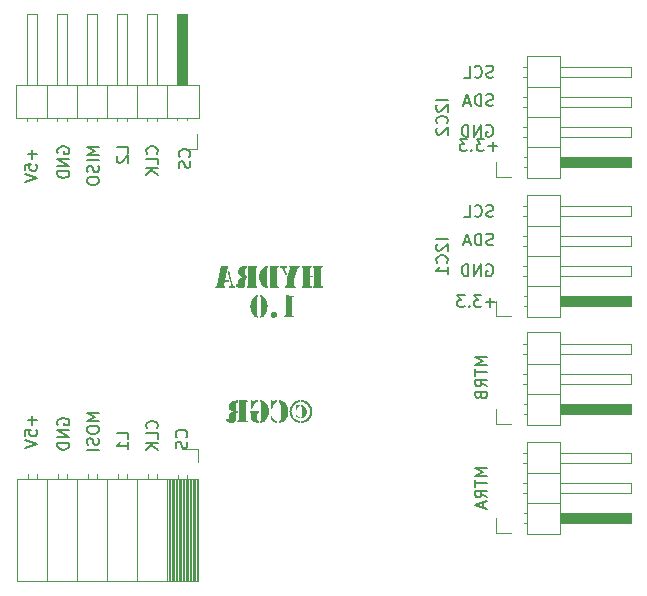
<source format=gbr>
%TF.GenerationSoftware,KiCad,Pcbnew,9.0.3*%
%TF.CreationDate,2025-08-10T23:57:32-04:00*%
%TF.ProjectId,Hydra_Driver,48796472-615f-4447-9269-7665722e6b69,rev?*%
%TF.SameCoordinates,Original*%
%TF.FileFunction,Legend,Bot*%
%TF.FilePolarity,Positive*%
%FSLAX46Y46*%
G04 Gerber Fmt 4.6, Leading zero omitted, Abs format (unit mm)*
G04 Created by KiCad (PCBNEW 9.0.3) date 2025-08-10 23:57:32*
%MOMM*%
%LPD*%
G01*
G04 APERTURE LIST*
%ADD10C,0.150000*%
%ADD11C,0.120000*%
G04 APERTURE END LIST*
D10*
X16667438Y-8860588D02*
X16619819Y-8765350D01*
X16619819Y-8765350D02*
X16619819Y-8622493D01*
X16619819Y-8622493D02*
X16667438Y-8479636D01*
X16667438Y-8479636D02*
X16762676Y-8384398D01*
X16762676Y-8384398D02*
X16857914Y-8336779D01*
X16857914Y-8336779D02*
X17048390Y-8289160D01*
X17048390Y-8289160D02*
X17191247Y-8289160D01*
X17191247Y-8289160D02*
X17381723Y-8336779D01*
X17381723Y-8336779D02*
X17476961Y-8384398D01*
X17476961Y-8384398D02*
X17572200Y-8479636D01*
X17572200Y-8479636D02*
X17619819Y-8622493D01*
X17619819Y-8622493D02*
X17619819Y-8717731D01*
X17619819Y-8717731D02*
X17572200Y-8860588D01*
X17572200Y-8860588D02*
X17524580Y-8908207D01*
X17524580Y-8908207D02*
X17191247Y-8908207D01*
X17191247Y-8908207D02*
X17191247Y-8717731D01*
X17619819Y-9336779D02*
X16619819Y-9336779D01*
X16619819Y-9336779D02*
X17619819Y-9908207D01*
X17619819Y-9908207D02*
X16619819Y-9908207D01*
X17619819Y-10384398D02*
X16619819Y-10384398D01*
X16619819Y-10384398D02*
X16619819Y-10622493D01*
X16619819Y-10622493D02*
X16667438Y-10765350D01*
X16667438Y-10765350D02*
X16762676Y-10860588D01*
X16762676Y-10860588D02*
X16857914Y-10908207D01*
X16857914Y-10908207D02*
X17048390Y-10955826D01*
X17048390Y-10955826D02*
X17191247Y-10955826D01*
X17191247Y-10955826D02*
X17381723Y-10908207D01*
X17381723Y-10908207D02*
X17476961Y-10860588D01*
X17476961Y-10860588D02*
X17572200Y-10765350D01*
X17572200Y-10765350D02*
X17619819Y-10622493D01*
X17619819Y-10622493D02*
X17619819Y-10384398D01*
X53510839Y-16622200D02*
X53367982Y-16669819D01*
X53367982Y-16669819D02*
X53129887Y-16669819D01*
X53129887Y-16669819D02*
X53034649Y-16622200D01*
X53034649Y-16622200D02*
X52987030Y-16574580D01*
X52987030Y-16574580D02*
X52939411Y-16479342D01*
X52939411Y-16479342D02*
X52939411Y-16384104D01*
X52939411Y-16384104D02*
X52987030Y-16288866D01*
X52987030Y-16288866D02*
X53034649Y-16241247D01*
X53034649Y-16241247D02*
X53129887Y-16193628D01*
X53129887Y-16193628D02*
X53320363Y-16146009D01*
X53320363Y-16146009D02*
X53415601Y-16098390D01*
X53415601Y-16098390D02*
X53463220Y-16050771D01*
X53463220Y-16050771D02*
X53510839Y-15955533D01*
X53510839Y-15955533D02*
X53510839Y-15860295D01*
X53510839Y-15860295D02*
X53463220Y-15765057D01*
X53463220Y-15765057D02*
X53415601Y-15717438D01*
X53415601Y-15717438D02*
X53320363Y-15669819D01*
X53320363Y-15669819D02*
X53082268Y-15669819D01*
X53082268Y-15669819D02*
X52939411Y-15717438D01*
X52510839Y-16669819D02*
X52510839Y-15669819D01*
X52510839Y-15669819D02*
X52272744Y-15669819D01*
X52272744Y-15669819D02*
X52129887Y-15717438D01*
X52129887Y-15717438D02*
X52034649Y-15812676D01*
X52034649Y-15812676D02*
X51987030Y-15907914D01*
X51987030Y-15907914D02*
X51939411Y-16098390D01*
X51939411Y-16098390D02*
X51939411Y-16241247D01*
X51939411Y-16241247D02*
X51987030Y-16431723D01*
X51987030Y-16431723D02*
X52034649Y-16526961D01*
X52034649Y-16526961D02*
X52129887Y-16622200D01*
X52129887Y-16622200D02*
X52272744Y-16669819D01*
X52272744Y-16669819D02*
X52510839Y-16669819D01*
X51558458Y-16384104D02*
X51082268Y-16384104D01*
X51653696Y-16669819D02*
X51320363Y-15669819D01*
X51320363Y-15669819D02*
X50987030Y-16669819D01*
X22619819Y-33062969D02*
X22619819Y-32586779D01*
X22619819Y-32586779D02*
X21619819Y-32586779D01*
X22619819Y-33920112D02*
X22619819Y-33348684D01*
X22619819Y-33634398D02*
X21619819Y-33634398D01*
X21619819Y-33634398D02*
X21762676Y-33539160D01*
X21762676Y-33539160D02*
X21857914Y-33443922D01*
X21857914Y-33443922D02*
X21905533Y-33348684D01*
X20119819Y-8336779D02*
X19119819Y-8336779D01*
X19119819Y-8336779D02*
X19834104Y-8670112D01*
X19834104Y-8670112D02*
X19119819Y-9003445D01*
X19119819Y-9003445D02*
X20119819Y-9003445D01*
X20119819Y-9479636D02*
X19119819Y-9479636D01*
X20072200Y-9908207D02*
X20119819Y-10051064D01*
X20119819Y-10051064D02*
X20119819Y-10289159D01*
X20119819Y-10289159D02*
X20072200Y-10384397D01*
X20072200Y-10384397D02*
X20024580Y-10432016D01*
X20024580Y-10432016D02*
X19929342Y-10479635D01*
X19929342Y-10479635D02*
X19834104Y-10479635D01*
X19834104Y-10479635D02*
X19738866Y-10432016D01*
X19738866Y-10432016D02*
X19691247Y-10384397D01*
X19691247Y-10384397D02*
X19643628Y-10289159D01*
X19643628Y-10289159D02*
X19596009Y-10098683D01*
X19596009Y-10098683D02*
X19548390Y-10003445D01*
X19548390Y-10003445D02*
X19500771Y-9955826D01*
X19500771Y-9955826D02*
X19405533Y-9908207D01*
X19405533Y-9908207D02*
X19310295Y-9908207D01*
X19310295Y-9908207D02*
X19215057Y-9955826D01*
X19215057Y-9955826D02*
X19167438Y-10003445D01*
X19167438Y-10003445D02*
X19119819Y-10098683D01*
X19119819Y-10098683D02*
X19119819Y-10336778D01*
X19119819Y-10336778D02*
X19167438Y-10479635D01*
X19119819Y-11098683D02*
X19119819Y-11289159D01*
X19119819Y-11289159D02*
X19167438Y-11384397D01*
X19167438Y-11384397D02*
X19262676Y-11479635D01*
X19262676Y-11479635D02*
X19453152Y-11527254D01*
X19453152Y-11527254D02*
X19786485Y-11527254D01*
X19786485Y-11527254D02*
X19976961Y-11479635D01*
X19976961Y-11479635D02*
X20072200Y-11384397D01*
X20072200Y-11384397D02*
X20119819Y-11289159D01*
X20119819Y-11289159D02*
X20119819Y-11098683D01*
X20119819Y-11098683D02*
X20072200Y-11003445D01*
X20072200Y-11003445D02*
X19976961Y-10908207D01*
X19976961Y-10908207D02*
X19786485Y-10860588D01*
X19786485Y-10860588D02*
X19453152Y-10860588D01*
X19453152Y-10860588D02*
X19262676Y-10908207D01*
X19262676Y-10908207D02*
X19167438Y-11003445D01*
X19167438Y-11003445D02*
X19119819Y-11098683D01*
X52969819Y-35536779D02*
X51969819Y-35536779D01*
X51969819Y-35536779D02*
X52684104Y-35870112D01*
X52684104Y-35870112D02*
X51969819Y-36203445D01*
X51969819Y-36203445D02*
X52969819Y-36203445D01*
X51969819Y-36536779D02*
X51969819Y-37108207D01*
X52969819Y-36822493D02*
X51969819Y-36822493D01*
X52969819Y-38012969D02*
X52493628Y-37679636D01*
X52969819Y-37441541D02*
X51969819Y-37441541D01*
X51969819Y-37441541D02*
X51969819Y-37822493D01*
X51969819Y-37822493D02*
X52017438Y-37917731D01*
X52017438Y-37917731D02*
X52065057Y-37965350D01*
X52065057Y-37965350D02*
X52160295Y-38012969D01*
X52160295Y-38012969D02*
X52303152Y-38012969D01*
X52303152Y-38012969D02*
X52398390Y-37965350D01*
X52398390Y-37965350D02*
X52446009Y-37917731D01*
X52446009Y-37917731D02*
X52493628Y-37822493D01*
X52493628Y-37822493D02*
X52493628Y-37441541D01*
X52684104Y-38393922D02*
X52684104Y-38870112D01*
X52969819Y-38298684D02*
X51969819Y-38632017D01*
X51969819Y-38632017D02*
X52969819Y-38965350D01*
G36*
X37204884Y-30150945D02*
G01*
X37204884Y-30249253D01*
X37257461Y-30269839D01*
X37289436Y-30313108D01*
X37301849Y-30388838D01*
X37301849Y-31050491D01*
X37301849Y-31086029D01*
X37294850Y-31123591D01*
X37273150Y-31158691D01*
X37245371Y-31180562D01*
X37204884Y-31190198D01*
X37204884Y-31288750D01*
X37311726Y-31279424D01*
X37407065Y-31252383D01*
X37493091Y-31208028D01*
X37571767Y-31144940D01*
X37633054Y-31068176D01*
X37678228Y-30975773D01*
X37706928Y-30864562D01*
X37717184Y-30730411D01*
X37707614Y-30607219D01*
X37680238Y-30499886D01*
X37636143Y-30405719D01*
X37575157Y-30322648D01*
X37499261Y-30254511D01*
X37409193Y-30199427D01*
X37312992Y-30162808D01*
X37228087Y-30151556D01*
X37204884Y-30150945D01*
G37*
G36*
X37136496Y-30249253D02*
G01*
X37136496Y-30152411D01*
X37038189Y-30175858D01*
X36972609Y-30199427D01*
X36915212Y-30214082D01*
X36892679Y-30209366D01*
X36876988Y-30192222D01*
X36864654Y-30171950D01*
X36850030Y-30156886D01*
X36826430Y-30151556D01*
X36798684Y-30157469D01*
X36783089Y-30173529D01*
X36777215Y-30202847D01*
X36777215Y-30535383D01*
X36780744Y-30561345D01*
X36790282Y-30579591D01*
X36805515Y-30591883D01*
X36826430Y-30597055D01*
X36859439Y-30586676D01*
X36882362Y-30544787D01*
X36928514Y-30422771D01*
X36984822Y-30337302D01*
X37032213Y-30292825D01*
X37082398Y-30264091D01*
X37136496Y-30249253D01*
G37*
G36*
X37135153Y-31288750D02*
G01*
X37135153Y-31190198D01*
X37067481Y-31177099D01*
X36993126Y-31143548D01*
X36942549Y-31105450D01*
X36903672Y-31057073D01*
X36875645Y-30996758D01*
X36855739Y-30959755D01*
X36825087Y-30948764D01*
X36790282Y-30963175D01*
X36779540Y-30979283D01*
X36775872Y-30999445D01*
X36782373Y-31036188D01*
X36805914Y-31087250D01*
X36839856Y-31136620D01*
X36882484Y-31181772D01*
X36959047Y-31238488D01*
X37042528Y-31273773D01*
X37135153Y-31288750D01*
G37*
G36*
X37195237Y-29759302D02*
G01*
X37047296Y-29776868D01*
X36910488Y-29813566D01*
X36783105Y-29869119D01*
X36663764Y-29944071D01*
X36547947Y-30043226D01*
X36450917Y-30157282D01*
X36371528Y-30287599D01*
X36312928Y-30428437D01*
X36277990Y-30573794D01*
X36266259Y-30725404D01*
X36278013Y-30877985D01*
X36312973Y-31023864D01*
X36371528Y-31164797D01*
X36450824Y-31295127D01*
X36547427Y-31409138D01*
X36662421Y-31508203D01*
X36783116Y-31583295D01*
X36911220Y-31638847D01*
X37048051Y-31675470D01*
X37195237Y-31692972D01*
X37195237Y-31532627D01*
X37038719Y-31509886D01*
X36895300Y-31459025D01*
X36762194Y-31379364D01*
X36666778Y-31297002D01*
X36586718Y-31201826D01*
X36521127Y-31092623D01*
X36472833Y-30974656D01*
X36443993Y-30852645D01*
X36434298Y-30725160D01*
X36443975Y-30598484D01*
X36472796Y-30476915D01*
X36521127Y-30359040D01*
X36586660Y-30249754D01*
X36666718Y-30154072D01*
X36762194Y-30070833D01*
X36894379Y-29991922D01*
X37037789Y-29940993D01*
X37195237Y-29917571D01*
X37195237Y-29759302D01*
G37*
G36*
X37264968Y-31691507D02*
G01*
X37410806Y-31674721D01*
X37546739Y-31638829D01*
X37674364Y-31583986D01*
X37794975Y-31509546D01*
X37910895Y-31410315D01*
X38008221Y-31296060D01*
X38088066Y-31165408D01*
X38146988Y-31024051D01*
X38182137Y-30877969D01*
X38193946Y-30725404D01*
X38182169Y-30573718D01*
X38147050Y-30427869D01*
X38088066Y-30286133D01*
X38008121Y-30155100D01*
X37910788Y-30041118D01*
X37794975Y-29942728D01*
X37674372Y-29868155D01*
X37546738Y-29813020D01*
X37410794Y-29776687D01*
X37264968Y-29759302D01*
X37264968Y-29918914D01*
X37422461Y-29942233D01*
X37565411Y-29992753D01*
X37696667Y-30070833D01*
X37792138Y-30153169D01*
X37872450Y-30248347D01*
X37938468Y-30357575D01*
X37987111Y-30475572D01*
X38016148Y-30597579D01*
X38025907Y-30725038D01*
X38016146Y-30852578D01*
X37987107Y-30974624D01*
X37938468Y-31092623D01*
X37872429Y-31201767D01*
X37791693Y-31297417D01*
X37695324Y-31380708D01*
X37564913Y-31458741D01*
X37422430Y-31509278D01*
X37264968Y-31532627D01*
X37264968Y-31691507D01*
G37*
G36*
X35346563Y-29755150D02*
G01*
X35346563Y-29920380D01*
X35418043Y-29944944D01*
X35466852Y-29991332D01*
X35495361Y-30057823D01*
X35506420Y-30159127D01*
X35506420Y-31290094D01*
X35506420Y-31348956D01*
X35493475Y-31415390D01*
X35460013Y-31474986D01*
X35413607Y-31514064D01*
X35346563Y-31529818D01*
X35346563Y-31697002D01*
X35477801Y-31687925D01*
X35597103Y-31661553D01*
X35706318Y-31618555D01*
X35806960Y-31558761D01*
X35911668Y-31468857D01*
X35997913Y-31360347D01*
X36066591Y-31230865D01*
X36113688Y-31090872D01*
X36143504Y-30929341D01*
X36154030Y-30742745D01*
X36139521Y-30540701D01*
X36097365Y-30357330D01*
X36052983Y-30241595D01*
X35998073Y-30138679D01*
X35932745Y-30047264D01*
X35855020Y-29964470D01*
X35768071Y-29893506D01*
X35671161Y-29833796D01*
X35567243Y-29787586D01*
X35470034Y-29761370D01*
X35377948Y-29752951D01*
X35346563Y-29755150D01*
G37*
G36*
X35238729Y-29921723D02*
G01*
X35238729Y-29756493D01*
X35130163Y-29779330D01*
X34979099Y-29830376D01*
X34886287Y-29854556D01*
X34851302Y-29846264D01*
X34826081Y-29821584D01*
X34808374Y-29791175D01*
X34785950Y-29768951D01*
X34746824Y-29760767D01*
X34713262Y-29766250D01*
X34690160Y-29781284D01*
X34675764Y-29805170D01*
X34670376Y-29841245D01*
X34670376Y-30409476D01*
X34677262Y-30457879D01*
X34694923Y-30487023D01*
X34721608Y-30505211D01*
X34750976Y-30511081D01*
X34780994Y-30505624D01*
X34803611Y-30489954D01*
X34820389Y-30464597D01*
X34835729Y-30421200D01*
X34891660Y-30252428D01*
X34956732Y-30132000D01*
X35025628Y-30042868D01*
X35077767Y-29993419D01*
X35126744Y-29959214D01*
X35179620Y-29935321D01*
X35238729Y-29921723D01*
G37*
G36*
X35234577Y-31697002D02*
G01*
X35234577Y-31529818D01*
X35128940Y-31506627D01*
X35010484Y-31448363D01*
X34951856Y-31402309D01*
X34898499Y-31341385D01*
X34855490Y-31271241D01*
X34824738Y-31194351D01*
X34808643Y-31154207D01*
X34792620Y-31131580D01*
X34771703Y-31117732D01*
X34744138Y-31112896D01*
X34714057Y-31119083D01*
X34689427Y-31137686D01*
X34673201Y-31165117D01*
X34667568Y-31199724D01*
X34677901Y-31263459D01*
X34714706Y-31349811D01*
X34768162Y-31434076D01*
X34835607Y-31512355D01*
X34929415Y-31593331D01*
X35020865Y-31647421D01*
X35120045Y-31681464D01*
X35234577Y-31697002D01*
G37*
G36*
X33750802Y-29755150D02*
G01*
X33750802Y-29906702D01*
X33802053Y-29928502D01*
X33838405Y-29964928D01*
X33862022Y-30019075D01*
X33870969Y-30097700D01*
X33870969Y-31372404D01*
X33865129Y-31441605D01*
X33850453Y-31486099D01*
X33825320Y-31514655D01*
X33775348Y-31542274D01*
X33775348Y-31697002D01*
X33855338Y-31690163D01*
X33951570Y-31662808D01*
X34087984Y-31600635D01*
X34211200Y-31512233D01*
X34316664Y-31401596D01*
X34402442Y-31270066D01*
X34465423Y-31119083D01*
X34504782Y-30946606D01*
X34518579Y-30748607D01*
X34506387Y-30556584D01*
X34471299Y-30385173D01*
X34414776Y-30231423D01*
X34334337Y-30089932D01*
X34235392Y-29972649D01*
X34116922Y-29876905D01*
X34000566Y-29812160D01*
X33876465Y-29768827D01*
X33820702Y-29758822D01*
X33750802Y-29755150D01*
G37*
G36*
X33638817Y-29903893D02*
G01*
X33638817Y-29756493D01*
X33427098Y-29788261D01*
X33272575Y-29835994D01*
X33206995Y-29854556D01*
X33173534Y-29845153D01*
X33126395Y-29792030D01*
X33098460Y-29768428D01*
X33064968Y-29760767D01*
X33030796Y-29766321D01*
X33010990Y-29780673D01*
X32999833Y-29804533D01*
X32995237Y-29846741D01*
X32995237Y-30377847D01*
X33005325Y-30438438D01*
X33030448Y-30469254D01*
X33071807Y-30479818D01*
X33106319Y-30474262D01*
X33128471Y-30459424D01*
X33144519Y-30433336D01*
X33163276Y-30379068D01*
X33190203Y-30300910D01*
X33237159Y-30201381D01*
X33292120Y-30106420D01*
X33339619Y-30041402D01*
X33400077Y-29981534D01*
X33465282Y-29941385D01*
X33540113Y-29916766D01*
X33638817Y-29903893D01*
G37*
G36*
X33021249Y-31431877D02*
G01*
X33081780Y-31484671D01*
X33166695Y-31543251D01*
X33257333Y-31595183D01*
X33338154Y-31632766D01*
X33414357Y-31658291D01*
X33501430Y-31679173D01*
X33588659Y-31692881D01*
X33659211Y-31697002D01*
X33659211Y-31542641D01*
X33599860Y-31519438D01*
X33566277Y-31481214D01*
X33549341Y-31435159D01*
X33543073Y-31373258D01*
X33543073Y-30974043D01*
X33548979Y-30925460D01*
X33563590Y-30897473D01*
X33582763Y-30880376D01*
X33645533Y-30864623D01*
X33683166Y-30847989D01*
X33703899Y-30823220D01*
X33711113Y-30788175D01*
X33703475Y-30756712D01*
X33680460Y-30733464D01*
X33645376Y-30719750D01*
X33589602Y-30714291D01*
X33544539Y-30714291D01*
X33044452Y-30714291D01*
X32988078Y-30719404D01*
X32957745Y-30731388D01*
X32939366Y-30753482D01*
X32932466Y-30790861D01*
X32942725Y-30833970D01*
X32980216Y-30870118D01*
X33014410Y-30905778D01*
X33021249Y-30965861D01*
X33021249Y-31431877D01*
G37*
G36*
X31981507Y-29792030D02*
G01*
X31981507Y-31399759D01*
X31975606Y-31448361D01*
X31960990Y-31476451D01*
X31940596Y-31493548D01*
X31877704Y-31510645D01*
X31840086Y-31526582D01*
X31819362Y-31550965D01*
X31812124Y-31585994D01*
X31820631Y-31617584D01*
X31847662Y-31643513D01*
X31878320Y-31655101D01*
X31933757Y-31660000D01*
X31980163Y-31660000D01*
X32589549Y-31660000D01*
X32625087Y-31660000D01*
X32670727Y-31654867D01*
X32700924Y-31641559D01*
X32720797Y-31619274D01*
X32727547Y-31588803D01*
X32721328Y-31555282D01*
X32703733Y-31531370D01*
X32672836Y-31514797D01*
X32620324Y-31496357D01*
X32604448Y-31480603D01*
X32592816Y-31454809D01*
X32588084Y-31410750D01*
X32588084Y-30040425D01*
X32592810Y-29996582D01*
X32604448Y-29970816D01*
X32620324Y-29955184D01*
X32672836Y-29936744D01*
X32703753Y-29920182D01*
X32721338Y-29896342D01*
X32727547Y-29862983D01*
X32720800Y-29832640D01*
X32700924Y-29810471D01*
X32670727Y-29797163D01*
X32625087Y-29792030D01*
X32589549Y-29792030D01*
X31981507Y-29792030D01*
G37*
G36*
X31562142Y-30743722D02*
G01*
X31444045Y-30765481D01*
X31368824Y-30786221D01*
X31303994Y-30813787D01*
X31246458Y-30849235D01*
X31195366Y-30896203D01*
X31158408Y-30950596D01*
X31135307Y-31011252D01*
X31127634Y-31075160D01*
X31127634Y-31358726D01*
X31119459Y-31392654D01*
X31098935Y-31402079D01*
X31080617Y-31395851D01*
X31059368Y-31371427D01*
X31022443Y-31334223D01*
X30989637Y-31323921D01*
X30967622Y-31329528D01*
X30943230Y-31348834D01*
X30925362Y-31374768D01*
X30920027Y-31398660D01*
X30928711Y-31442567D01*
X30960327Y-31503196D01*
X31005281Y-31561157D01*
X31060711Y-31613227D01*
X31119539Y-31652701D01*
X31182344Y-31678928D01*
X31251139Y-31693697D01*
X31336706Y-31699078D01*
X31452569Y-31686494D01*
X31544562Y-31651410D01*
X31618073Y-31595153D01*
X31672555Y-31519954D01*
X31706834Y-31425185D01*
X31719190Y-31305237D01*
X31719190Y-31075160D01*
X31720533Y-30986133D01*
X31733718Y-30934571D01*
X31758757Y-30891612D01*
X31805680Y-30854214D01*
X31872208Y-30835436D01*
X31872208Y-30688890D01*
X31805011Y-30672290D01*
X31767062Y-30650544D01*
X31743734Y-30623796D01*
X31729448Y-30594368D01*
X31719190Y-30501189D01*
X31719190Y-30139099D01*
X31728625Y-30059993D01*
X31752651Y-30010628D01*
X31795481Y-29975050D01*
X31873551Y-29943705D01*
X31873551Y-29792030D01*
X31838014Y-29792030D01*
X31579849Y-29803021D01*
X31477069Y-29821489D01*
X31383314Y-29856067D01*
X31297016Y-29906946D01*
X31218687Y-29977331D01*
X31163670Y-30059413D01*
X31129935Y-30155479D01*
X31118108Y-30269281D01*
X31132151Y-30392839D01*
X31172311Y-30496632D01*
X31238398Y-30585087D01*
X31292873Y-30632126D01*
X31356489Y-30669961D01*
X31433551Y-30701804D01*
X31562142Y-30743722D01*
G37*
X20119819Y-30836779D02*
X19119819Y-30836779D01*
X19119819Y-30836779D02*
X19834104Y-31170112D01*
X19834104Y-31170112D02*
X19119819Y-31503445D01*
X19119819Y-31503445D02*
X20119819Y-31503445D01*
X19119819Y-32170112D02*
X19119819Y-32360588D01*
X19119819Y-32360588D02*
X19167438Y-32455826D01*
X19167438Y-32455826D02*
X19262676Y-32551064D01*
X19262676Y-32551064D02*
X19453152Y-32598683D01*
X19453152Y-32598683D02*
X19786485Y-32598683D01*
X19786485Y-32598683D02*
X19976961Y-32551064D01*
X19976961Y-32551064D02*
X20072200Y-32455826D01*
X20072200Y-32455826D02*
X20119819Y-32360588D01*
X20119819Y-32360588D02*
X20119819Y-32170112D01*
X20119819Y-32170112D02*
X20072200Y-32074874D01*
X20072200Y-32074874D02*
X19976961Y-31979636D01*
X19976961Y-31979636D02*
X19786485Y-31932017D01*
X19786485Y-31932017D02*
X19453152Y-31932017D01*
X19453152Y-31932017D02*
X19262676Y-31979636D01*
X19262676Y-31979636D02*
X19167438Y-32074874D01*
X19167438Y-32074874D02*
X19119819Y-32170112D01*
X20072200Y-32979636D02*
X20119819Y-33122493D01*
X20119819Y-33122493D02*
X20119819Y-33360588D01*
X20119819Y-33360588D02*
X20072200Y-33455826D01*
X20072200Y-33455826D02*
X20024580Y-33503445D01*
X20024580Y-33503445D02*
X19929342Y-33551064D01*
X19929342Y-33551064D02*
X19834104Y-33551064D01*
X19834104Y-33551064D02*
X19738866Y-33503445D01*
X19738866Y-33503445D02*
X19691247Y-33455826D01*
X19691247Y-33455826D02*
X19643628Y-33360588D01*
X19643628Y-33360588D02*
X19596009Y-33170112D01*
X19596009Y-33170112D02*
X19548390Y-33074874D01*
X19548390Y-33074874D02*
X19500771Y-33027255D01*
X19500771Y-33027255D02*
X19405533Y-32979636D01*
X19405533Y-32979636D02*
X19310295Y-32979636D01*
X19310295Y-32979636D02*
X19215057Y-33027255D01*
X19215057Y-33027255D02*
X19167438Y-33074874D01*
X19167438Y-33074874D02*
X19119819Y-33170112D01*
X19119819Y-33170112D02*
X19119819Y-33408207D01*
X19119819Y-33408207D02*
X19167438Y-33551064D01*
X20119819Y-33979636D02*
X19119819Y-33979636D01*
X25024580Y-32158207D02*
X25072200Y-32110588D01*
X25072200Y-32110588D02*
X25119819Y-31967731D01*
X25119819Y-31967731D02*
X25119819Y-31872493D01*
X25119819Y-31872493D02*
X25072200Y-31729636D01*
X25072200Y-31729636D02*
X24976961Y-31634398D01*
X24976961Y-31634398D02*
X24881723Y-31586779D01*
X24881723Y-31586779D02*
X24691247Y-31539160D01*
X24691247Y-31539160D02*
X24548390Y-31539160D01*
X24548390Y-31539160D02*
X24357914Y-31586779D01*
X24357914Y-31586779D02*
X24262676Y-31634398D01*
X24262676Y-31634398D02*
X24167438Y-31729636D01*
X24167438Y-31729636D02*
X24119819Y-31872493D01*
X24119819Y-31872493D02*
X24119819Y-31967731D01*
X24119819Y-31967731D02*
X24167438Y-32110588D01*
X24167438Y-32110588D02*
X24215057Y-32158207D01*
X25119819Y-33062969D02*
X25119819Y-32586779D01*
X25119819Y-32586779D02*
X24119819Y-32586779D01*
X25119819Y-33396303D02*
X24119819Y-33396303D01*
X25119819Y-33967731D02*
X24548390Y-33539160D01*
X24119819Y-33967731D02*
X24691247Y-33396303D01*
X49669819Y-4336779D02*
X48669819Y-4336779D01*
X48765057Y-4765350D02*
X48717438Y-4812969D01*
X48717438Y-4812969D02*
X48669819Y-4908207D01*
X48669819Y-4908207D02*
X48669819Y-5146302D01*
X48669819Y-5146302D02*
X48717438Y-5241540D01*
X48717438Y-5241540D02*
X48765057Y-5289159D01*
X48765057Y-5289159D02*
X48860295Y-5336778D01*
X48860295Y-5336778D02*
X48955533Y-5336778D01*
X48955533Y-5336778D02*
X49098390Y-5289159D01*
X49098390Y-5289159D02*
X49669819Y-4717731D01*
X49669819Y-4717731D02*
X49669819Y-5336778D01*
X49574580Y-6336778D02*
X49622200Y-6289159D01*
X49622200Y-6289159D02*
X49669819Y-6146302D01*
X49669819Y-6146302D02*
X49669819Y-6051064D01*
X49669819Y-6051064D02*
X49622200Y-5908207D01*
X49622200Y-5908207D02*
X49526961Y-5812969D01*
X49526961Y-5812969D02*
X49431723Y-5765350D01*
X49431723Y-5765350D02*
X49241247Y-5717731D01*
X49241247Y-5717731D02*
X49098390Y-5717731D01*
X49098390Y-5717731D02*
X48907914Y-5765350D01*
X48907914Y-5765350D02*
X48812676Y-5812969D01*
X48812676Y-5812969D02*
X48717438Y-5908207D01*
X48717438Y-5908207D02*
X48669819Y-6051064D01*
X48669819Y-6051064D02*
X48669819Y-6146302D01*
X48669819Y-6146302D02*
X48717438Y-6289159D01*
X48717438Y-6289159D02*
X48765057Y-6336778D01*
X48765057Y-6717731D02*
X48717438Y-6765350D01*
X48717438Y-6765350D02*
X48669819Y-6860588D01*
X48669819Y-6860588D02*
X48669819Y-7098683D01*
X48669819Y-7098683D02*
X48717438Y-7193921D01*
X48717438Y-7193921D02*
X48765057Y-7241540D01*
X48765057Y-7241540D02*
X48860295Y-7289159D01*
X48860295Y-7289159D02*
X48955533Y-7289159D01*
X48955533Y-7289159D02*
X49098390Y-7241540D01*
X49098390Y-7241540D02*
X49669819Y-6670112D01*
X49669819Y-6670112D02*
X49669819Y-7289159D01*
X53510839Y-4822200D02*
X53367982Y-4869819D01*
X53367982Y-4869819D02*
X53129887Y-4869819D01*
X53129887Y-4869819D02*
X53034649Y-4822200D01*
X53034649Y-4822200D02*
X52987030Y-4774580D01*
X52987030Y-4774580D02*
X52939411Y-4679342D01*
X52939411Y-4679342D02*
X52939411Y-4584104D01*
X52939411Y-4584104D02*
X52987030Y-4488866D01*
X52987030Y-4488866D02*
X53034649Y-4441247D01*
X53034649Y-4441247D02*
X53129887Y-4393628D01*
X53129887Y-4393628D02*
X53320363Y-4346009D01*
X53320363Y-4346009D02*
X53415601Y-4298390D01*
X53415601Y-4298390D02*
X53463220Y-4250771D01*
X53463220Y-4250771D02*
X53510839Y-4155533D01*
X53510839Y-4155533D02*
X53510839Y-4060295D01*
X53510839Y-4060295D02*
X53463220Y-3965057D01*
X53463220Y-3965057D02*
X53415601Y-3917438D01*
X53415601Y-3917438D02*
X53320363Y-3869819D01*
X53320363Y-3869819D02*
X53082268Y-3869819D01*
X53082268Y-3869819D02*
X52939411Y-3917438D01*
X52510839Y-4869819D02*
X52510839Y-3869819D01*
X52510839Y-3869819D02*
X52272744Y-3869819D01*
X52272744Y-3869819D02*
X52129887Y-3917438D01*
X52129887Y-3917438D02*
X52034649Y-4012676D01*
X52034649Y-4012676D02*
X51987030Y-4107914D01*
X51987030Y-4107914D02*
X51939411Y-4298390D01*
X51939411Y-4298390D02*
X51939411Y-4441247D01*
X51939411Y-4441247D02*
X51987030Y-4631723D01*
X51987030Y-4631723D02*
X52034649Y-4726961D01*
X52034649Y-4726961D02*
X52129887Y-4822200D01*
X52129887Y-4822200D02*
X52272744Y-4869819D01*
X52272744Y-4869819D02*
X52510839Y-4869819D01*
X51558458Y-4584104D02*
X51082268Y-4584104D01*
X51653696Y-4869819D02*
X51320363Y-3869819D01*
X51320363Y-3869819D02*
X50987030Y-4869819D01*
X16667438Y-31860588D02*
X16619819Y-31765350D01*
X16619819Y-31765350D02*
X16619819Y-31622493D01*
X16619819Y-31622493D02*
X16667438Y-31479636D01*
X16667438Y-31479636D02*
X16762676Y-31384398D01*
X16762676Y-31384398D02*
X16857914Y-31336779D01*
X16857914Y-31336779D02*
X17048390Y-31289160D01*
X17048390Y-31289160D02*
X17191247Y-31289160D01*
X17191247Y-31289160D02*
X17381723Y-31336779D01*
X17381723Y-31336779D02*
X17476961Y-31384398D01*
X17476961Y-31384398D02*
X17572200Y-31479636D01*
X17572200Y-31479636D02*
X17619819Y-31622493D01*
X17619819Y-31622493D02*
X17619819Y-31717731D01*
X17619819Y-31717731D02*
X17572200Y-31860588D01*
X17572200Y-31860588D02*
X17524580Y-31908207D01*
X17524580Y-31908207D02*
X17191247Y-31908207D01*
X17191247Y-31908207D02*
X17191247Y-31717731D01*
X17619819Y-32336779D02*
X16619819Y-32336779D01*
X16619819Y-32336779D02*
X17619819Y-32908207D01*
X17619819Y-32908207D02*
X16619819Y-32908207D01*
X17619819Y-33384398D02*
X16619819Y-33384398D01*
X16619819Y-33384398D02*
X16619819Y-33622493D01*
X16619819Y-33622493D02*
X16667438Y-33765350D01*
X16667438Y-33765350D02*
X16762676Y-33860588D01*
X16762676Y-33860588D02*
X16857914Y-33908207D01*
X16857914Y-33908207D02*
X17048390Y-33955826D01*
X17048390Y-33955826D02*
X17191247Y-33955826D01*
X17191247Y-33955826D02*
X17381723Y-33908207D01*
X17381723Y-33908207D02*
X17476961Y-33860588D01*
X17476961Y-33860588D02*
X17572200Y-33765350D01*
X17572200Y-33765350D02*
X17619819Y-33622493D01*
X17619819Y-33622493D02*
X17619819Y-33384398D01*
X53863220Y-8288866D02*
X53101316Y-8288866D01*
X53482268Y-8669819D02*
X53482268Y-7907914D01*
X52720363Y-7669819D02*
X52101316Y-7669819D01*
X52101316Y-7669819D02*
X52434649Y-8050771D01*
X52434649Y-8050771D02*
X52291792Y-8050771D01*
X52291792Y-8050771D02*
X52196554Y-8098390D01*
X52196554Y-8098390D02*
X52148935Y-8146009D01*
X52148935Y-8146009D02*
X52101316Y-8241247D01*
X52101316Y-8241247D02*
X52101316Y-8479342D01*
X52101316Y-8479342D02*
X52148935Y-8574580D01*
X52148935Y-8574580D02*
X52196554Y-8622200D01*
X52196554Y-8622200D02*
X52291792Y-8669819D01*
X52291792Y-8669819D02*
X52577506Y-8669819D01*
X52577506Y-8669819D02*
X52672744Y-8622200D01*
X52672744Y-8622200D02*
X52720363Y-8574580D01*
X51672744Y-8574580D02*
X51625125Y-8622200D01*
X51625125Y-8622200D02*
X51672744Y-8669819D01*
X51672744Y-8669819D02*
X51720363Y-8622200D01*
X51720363Y-8622200D02*
X51672744Y-8574580D01*
X51672744Y-8574580D02*
X51672744Y-8669819D01*
X51291792Y-7669819D02*
X50672745Y-7669819D01*
X50672745Y-7669819D02*
X51006078Y-8050771D01*
X51006078Y-8050771D02*
X50863221Y-8050771D01*
X50863221Y-8050771D02*
X50767983Y-8098390D01*
X50767983Y-8098390D02*
X50720364Y-8146009D01*
X50720364Y-8146009D02*
X50672745Y-8241247D01*
X50672745Y-8241247D02*
X50672745Y-8479342D01*
X50672745Y-8479342D02*
X50720364Y-8574580D01*
X50720364Y-8574580D02*
X50767983Y-8622200D01*
X50767983Y-8622200D02*
X50863221Y-8669819D01*
X50863221Y-8669819D02*
X51148935Y-8669819D01*
X51148935Y-8669819D02*
X51244173Y-8622200D01*
X51244173Y-8622200D02*
X51291792Y-8574580D01*
X27774580Y-9158207D02*
X27822200Y-9110588D01*
X27822200Y-9110588D02*
X27869819Y-8967731D01*
X27869819Y-8967731D02*
X27869819Y-8872493D01*
X27869819Y-8872493D02*
X27822200Y-8729636D01*
X27822200Y-8729636D02*
X27726961Y-8634398D01*
X27726961Y-8634398D02*
X27631723Y-8586779D01*
X27631723Y-8586779D02*
X27441247Y-8539160D01*
X27441247Y-8539160D02*
X27298390Y-8539160D01*
X27298390Y-8539160D02*
X27107914Y-8586779D01*
X27107914Y-8586779D02*
X27012676Y-8634398D01*
X27012676Y-8634398D02*
X26917438Y-8729636D01*
X26917438Y-8729636D02*
X26869819Y-8872493D01*
X26869819Y-8872493D02*
X26869819Y-8967731D01*
X26869819Y-8967731D02*
X26917438Y-9110588D01*
X26917438Y-9110588D02*
X26965057Y-9158207D01*
X27822200Y-9539160D02*
X27869819Y-9682017D01*
X27869819Y-9682017D02*
X27869819Y-9920112D01*
X27869819Y-9920112D02*
X27822200Y-10015350D01*
X27822200Y-10015350D02*
X27774580Y-10062969D01*
X27774580Y-10062969D02*
X27679342Y-10110588D01*
X27679342Y-10110588D02*
X27584104Y-10110588D01*
X27584104Y-10110588D02*
X27488866Y-10062969D01*
X27488866Y-10062969D02*
X27441247Y-10015350D01*
X27441247Y-10015350D02*
X27393628Y-9920112D01*
X27393628Y-9920112D02*
X27346009Y-9729636D01*
X27346009Y-9729636D02*
X27298390Y-9634398D01*
X27298390Y-9634398D02*
X27250771Y-9586779D01*
X27250771Y-9586779D02*
X27155533Y-9539160D01*
X27155533Y-9539160D02*
X27060295Y-9539160D01*
X27060295Y-9539160D02*
X26965057Y-9586779D01*
X26965057Y-9586779D02*
X26917438Y-9634398D01*
X26917438Y-9634398D02*
X26869819Y-9729636D01*
X26869819Y-9729636D02*
X26869819Y-9967731D01*
X26869819Y-9967731D02*
X26917438Y-10110588D01*
X52939411Y-6517438D02*
X53034649Y-6469819D01*
X53034649Y-6469819D02*
X53177506Y-6469819D01*
X53177506Y-6469819D02*
X53320363Y-6517438D01*
X53320363Y-6517438D02*
X53415601Y-6612676D01*
X53415601Y-6612676D02*
X53463220Y-6707914D01*
X53463220Y-6707914D02*
X53510839Y-6898390D01*
X53510839Y-6898390D02*
X53510839Y-7041247D01*
X53510839Y-7041247D02*
X53463220Y-7231723D01*
X53463220Y-7231723D02*
X53415601Y-7326961D01*
X53415601Y-7326961D02*
X53320363Y-7422200D01*
X53320363Y-7422200D02*
X53177506Y-7469819D01*
X53177506Y-7469819D02*
X53082268Y-7469819D01*
X53082268Y-7469819D02*
X52939411Y-7422200D01*
X52939411Y-7422200D02*
X52891792Y-7374580D01*
X52891792Y-7374580D02*
X52891792Y-7041247D01*
X52891792Y-7041247D02*
X53082268Y-7041247D01*
X52463220Y-7469819D02*
X52463220Y-6469819D01*
X52463220Y-6469819D02*
X51891792Y-7469819D01*
X51891792Y-7469819D02*
X51891792Y-6469819D01*
X51415601Y-7469819D02*
X51415601Y-6469819D01*
X51415601Y-6469819D02*
X51177506Y-6469819D01*
X51177506Y-6469819D02*
X51034649Y-6517438D01*
X51034649Y-6517438D02*
X50939411Y-6612676D01*
X50939411Y-6612676D02*
X50891792Y-6707914D01*
X50891792Y-6707914D02*
X50844173Y-6898390D01*
X50844173Y-6898390D02*
X50844173Y-7041247D01*
X50844173Y-7041247D02*
X50891792Y-7231723D01*
X50891792Y-7231723D02*
X50939411Y-7326961D01*
X50939411Y-7326961D02*
X51034649Y-7422200D01*
X51034649Y-7422200D02*
X51177506Y-7469819D01*
X51177506Y-7469819D02*
X51415601Y-7469819D01*
G36*
X38247138Y-19238003D02*
G01*
X38024511Y-19238003D01*
X38024511Y-18642295D01*
X38030149Y-18593525D01*
X38043928Y-18565991D01*
X38064078Y-18552170D01*
X38107798Y-18538614D01*
X38136771Y-18523024D01*
X38153620Y-18499334D01*
X38159699Y-18464853D01*
X38149694Y-18426803D01*
X38120156Y-18403393D01*
X38061392Y-18393900D01*
X38025854Y-18393900D01*
X37417934Y-18393900D01*
X37380931Y-18393900D01*
X37319306Y-18403545D01*
X37288705Y-18427092D01*
X37278471Y-18464853D01*
X37284680Y-18498212D01*
X37302265Y-18522052D01*
X37333182Y-18538614D01*
X37385816Y-18557054D01*
X37401570Y-18572686D01*
X37413208Y-18598452D01*
X37417934Y-18642295D01*
X37417934Y-20006147D01*
X37406018Y-20070455D01*
X37376901Y-20098227D01*
X37333182Y-20113370D01*
X37302415Y-20130013D01*
X37284757Y-20154393D01*
X37278471Y-20188963D01*
X37288832Y-20227959D01*
X37319554Y-20252062D01*
X37380931Y-20261870D01*
X37417934Y-20261870D01*
X38025854Y-20261870D01*
X38064078Y-20261870D01*
X38120764Y-20252321D01*
X38149725Y-20228452D01*
X38159699Y-20188963D01*
X38146529Y-20140901D01*
X38107798Y-20113370D01*
X38064078Y-20098227D01*
X38044120Y-20085017D01*
X38030267Y-20057173D01*
X38024511Y-20006147D01*
X38024511Y-19370872D01*
X38247138Y-19370872D01*
X38247138Y-19238003D01*
G37*
G36*
X38361933Y-20261870D02*
G01*
X38971318Y-20261870D01*
X39006856Y-20261870D01*
X39052496Y-20256737D01*
X39082693Y-20243429D01*
X39102566Y-20221144D01*
X39109316Y-20190673D01*
X39103106Y-20157141D01*
X39085545Y-20133231D01*
X39054727Y-20116667D01*
X39002093Y-20098227D01*
X38986339Y-20082473D01*
X38974707Y-20056679D01*
X38969975Y-20012620D01*
X38969975Y-18642295D01*
X38974701Y-18598452D01*
X38986339Y-18572686D01*
X39002093Y-18557054D01*
X39054727Y-18538614D01*
X39085566Y-18522061D01*
X39103116Y-18498223D01*
X39109316Y-18464853D01*
X39102569Y-18434510D01*
X39082693Y-18412341D01*
X39052496Y-18399033D01*
X39006856Y-18393900D01*
X38971318Y-18393900D01*
X38361933Y-18393900D01*
X38326395Y-18393900D01*
X38268553Y-18403343D01*
X38239361Y-18426708D01*
X38229431Y-18464853D01*
X38235510Y-18499334D01*
X38252359Y-18523024D01*
X38281332Y-18538614D01*
X38323709Y-18552170D01*
X38343859Y-18565991D01*
X38357638Y-18593525D01*
X38363276Y-18642295D01*
X38363276Y-20012620D01*
X38357632Y-20061561D01*
X38343847Y-20089159D01*
X38323709Y-20102990D01*
X38281332Y-20116667D01*
X38252367Y-20132332D01*
X38235513Y-20156101D01*
X38229431Y-20190673D01*
X38239376Y-20228973D01*
X38268583Y-20252407D01*
X38326395Y-20261870D01*
X38361933Y-20261870D01*
G37*
G36*
X36016102Y-19404455D02*
G01*
X36016102Y-20001629D01*
X36010201Y-20050231D01*
X35995586Y-20078321D01*
X35975191Y-20095418D01*
X35912299Y-20112515D01*
X35874681Y-20128452D01*
X35853957Y-20152835D01*
X35846720Y-20187864D01*
X35855792Y-20222608D01*
X35883600Y-20248192D01*
X35910862Y-20257596D01*
X35968353Y-20261870D01*
X36014759Y-20261870D01*
X36624023Y-20261870D01*
X36669085Y-20261870D01*
X36725520Y-20256899D01*
X36755181Y-20245383D01*
X36782212Y-20219454D01*
X36790718Y-20187864D01*
X36783481Y-20152835D01*
X36762757Y-20128452D01*
X36725139Y-20112515D01*
X36662369Y-20095418D01*
X36643196Y-20078321D01*
X36628581Y-20050231D01*
X36622679Y-20001629D01*
X36622679Y-19538666D01*
X37009438Y-18615428D01*
X37036526Y-18569697D01*
X37070865Y-18540202D01*
X37118004Y-18503321D01*
X37128262Y-18464975D01*
X37117941Y-18427236D01*
X37086958Y-18403608D01*
X37024337Y-18393900D01*
X36354989Y-18393900D01*
X36306100Y-18397674D01*
X36281228Y-18406234D01*
X36255276Y-18432034D01*
X36247034Y-18463632D01*
X36256753Y-18502288D01*
X36286601Y-18532020D01*
X36326290Y-18556688D01*
X36343561Y-18575210D01*
X36349494Y-18601751D01*
X36334473Y-18668796D01*
X36016102Y-19404455D01*
G37*
G36*
X35962857Y-19274274D02*
G01*
X36039305Y-19094877D01*
X35895812Y-18773820D01*
X35883094Y-18728700D01*
X35878105Y-18661712D01*
X35887477Y-18614646D01*
X35915170Y-18577610D01*
X35965544Y-18548262D01*
X36027826Y-18514923D01*
X36038159Y-18497754D01*
X36042114Y-18470470D01*
X36035661Y-18437316D01*
X36017445Y-18414417D01*
X35980565Y-18398052D01*
X35909490Y-18393900D01*
X35572069Y-18393900D01*
X35515809Y-18403736D01*
X35486641Y-18428632D01*
X35476448Y-18470470D01*
X35479992Y-18495618D01*
X35489515Y-18512846D01*
X35539340Y-18544232D01*
X35600261Y-18576637D01*
X35634961Y-18604438D01*
X35672315Y-18650995D01*
X35703227Y-18704211D01*
X35734734Y-18773942D01*
X35962857Y-19274274D01*
G37*
G36*
X34609141Y-18393900D02*
G01*
X34609141Y-20261870D01*
X35217184Y-20261870D01*
X35252721Y-20261870D01*
X35298362Y-20256737D01*
X35328558Y-20243429D01*
X35348432Y-20221144D01*
X35355181Y-20190673D01*
X35348962Y-20157152D01*
X35331367Y-20133240D01*
X35300471Y-20116667D01*
X35247958Y-20098227D01*
X35232083Y-20082473D01*
X35220450Y-20056679D01*
X35215718Y-20012620D01*
X35215718Y-18642295D01*
X35220444Y-18598452D01*
X35232083Y-18572686D01*
X35247958Y-18557054D01*
X35300471Y-18538614D01*
X35331388Y-18522052D01*
X35348972Y-18498212D01*
X35355181Y-18464853D01*
X35348434Y-18434510D01*
X35328558Y-18412341D01*
X35298362Y-18399033D01*
X35252721Y-18393900D01*
X35217184Y-18393900D01*
X34609141Y-18393900D01*
G37*
G36*
X34333147Y-19870226D02*
G01*
X34333147Y-18790062D01*
X34341145Y-18696155D01*
X34361845Y-18631548D01*
X34382551Y-18597405D01*
X34405687Y-18575617D01*
X34435901Y-18560397D01*
X34487630Y-18545575D01*
X34487630Y-18393900D01*
X34364654Y-18399396D01*
X34253111Y-18423386D01*
X34141669Y-18471659D01*
X34028576Y-18547163D01*
X33930879Y-18637986D01*
X33851442Y-18745390D01*
X33789462Y-18871517D01*
X33745361Y-19008654D01*
X33718206Y-19157660D01*
X33708862Y-19320313D01*
X33720867Y-19504148D01*
X33755465Y-19668596D01*
X33811322Y-19816493D01*
X33890464Y-19952178D01*
X33987985Y-20065156D01*
X34105024Y-20157822D01*
X34197989Y-20210013D01*
X34277948Y-20240010D01*
X34364123Y-20255737D01*
X34487630Y-20261870D01*
X34487630Y-20113980D01*
X34407641Y-20086625D01*
X34368684Y-20048279D01*
X34340718Y-19980502D01*
X34333147Y-19870226D01*
G37*
G36*
X32793928Y-18393900D02*
G01*
X32793928Y-20001629D01*
X32788027Y-20050231D01*
X32773412Y-20078321D01*
X32753018Y-20095418D01*
X32690125Y-20112515D01*
X32652508Y-20128452D01*
X32631784Y-20152835D01*
X32624546Y-20187864D01*
X32633052Y-20219454D01*
X32660083Y-20245383D01*
X32690742Y-20256971D01*
X32746179Y-20261870D01*
X32792585Y-20261870D01*
X33401971Y-20261870D01*
X33437508Y-20261870D01*
X33483149Y-20256737D01*
X33513346Y-20243429D01*
X33533219Y-20221144D01*
X33539968Y-20190673D01*
X33533749Y-20157152D01*
X33516155Y-20133240D01*
X33485258Y-20116667D01*
X33432745Y-20098227D01*
X33416870Y-20082473D01*
X33405237Y-20056679D01*
X33400505Y-20012620D01*
X33400505Y-18642295D01*
X33405231Y-18598452D01*
X33416870Y-18572686D01*
X33432745Y-18557054D01*
X33485258Y-18538614D01*
X33516175Y-18522052D01*
X33533760Y-18498212D01*
X33539968Y-18464853D01*
X33533221Y-18434510D01*
X33513346Y-18412341D01*
X33483149Y-18399033D01*
X33437508Y-18393900D01*
X33401971Y-18393900D01*
X32793928Y-18393900D01*
G37*
G36*
X32374563Y-19345592D02*
G01*
X32256467Y-19367351D01*
X32181245Y-19388091D01*
X32116416Y-19415657D01*
X32058879Y-19451105D01*
X32007787Y-19498073D01*
X31970830Y-19552466D01*
X31947728Y-19613122D01*
X31940055Y-19677030D01*
X31940055Y-19960596D01*
X31931880Y-19994524D01*
X31911357Y-20003949D01*
X31893039Y-19997721D01*
X31871789Y-19973297D01*
X31834865Y-19936093D01*
X31802058Y-19925791D01*
X31780044Y-19931398D01*
X31755652Y-19950704D01*
X31737784Y-19976638D01*
X31732449Y-20000530D01*
X31741132Y-20044437D01*
X31772749Y-20105066D01*
X31817703Y-20163027D01*
X31873133Y-20215097D01*
X31931960Y-20254571D01*
X31994766Y-20280798D01*
X32063561Y-20295567D01*
X32149127Y-20300948D01*
X32264991Y-20288364D01*
X32356983Y-20253280D01*
X32430495Y-20197023D01*
X32484976Y-20121824D01*
X32519255Y-20027055D01*
X32531612Y-19907107D01*
X32531612Y-19677030D01*
X32532955Y-19588003D01*
X32546140Y-19536441D01*
X32571179Y-19493482D01*
X32618101Y-19456084D01*
X32684630Y-19437306D01*
X32684630Y-19290760D01*
X32617432Y-19274160D01*
X32579483Y-19252414D01*
X32556156Y-19225666D01*
X32541870Y-19196238D01*
X32531612Y-19103059D01*
X32531612Y-18740969D01*
X32541046Y-18661863D01*
X32565073Y-18612498D01*
X32607902Y-18576920D01*
X32685973Y-18545575D01*
X32685973Y-18393900D01*
X32650436Y-18393900D01*
X32392271Y-18404891D01*
X32289490Y-18423359D01*
X32195735Y-18457937D01*
X32109438Y-18508816D01*
X32031109Y-18579201D01*
X31976092Y-18661283D01*
X31942356Y-18757349D01*
X31930530Y-18871151D01*
X31944572Y-18994709D01*
X31984732Y-19098502D01*
X32050819Y-19186957D01*
X32105295Y-19233996D01*
X32168911Y-19271831D01*
X32245972Y-19303674D01*
X32374563Y-19345592D01*
G37*
G36*
X31034159Y-18393900D02*
G01*
X30483635Y-18393900D01*
X30103838Y-20001873D01*
X30079169Y-20077100D01*
X30061062Y-20099418D01*
X30024581Y-20119598D01*
X29975366Y-20149640D01*
X29965331Y-20166752D01*
X29961688Y-20190673D01*
X29972162Y-20228309D01*
X30003835Y-20252057D01*
X30068300Y-20261870D01*
X30749982Y-20261870D01*
X30788015Y-20256556D01*
X30815683Y-20241964D01*
X30834028Y-20218839D01*
X30840230Y-20188963D01*
X30829361Y-20147686D01*
X30780146Y-20113248D01*
X30741922Y-20082962D01*
X30730931Y-20041685D01*
X30735083Y-20000285D01*
X30778681Y-19800739D01*
X31159944Y-19800739D01*
X31123063Y-19636608D01*
X30817027Y-19636608D01*
X31068353Y-18527623D01*
X31034159Y-18393900D01*
G37*
G36*
X31128436Y-18740603D02*
G01*
X31058827Y-19023558D01*
X31300628Y-19908450D01*
X31311496Y-19979647D01*
X31302399Y-20032093D01*
X31276314Y-20072198D01*
X31230896Y-20102990D01*
X31183147Y-20124849D01*
X31149239Y-20152464D01*
X31138084Y-20193359D01*
X31148005Y-20229772D01*
X31177735Y-20252531D01*
X31237735Y-20261870D01*
X31584804Y-20261870D01*
X31631795Y-20256089D01*
X31664794Y-20240620D01*
X31686739Y-20215536D01*
X31694103Y-20182491D01*
X31681171Y-20148582D01*
X31634019Y-20116667D01*
X31551343Y-20072337D01*
X31500052Y-20018115D01*
X31466695Y-19956124D01*
X31437281Y-19868883D01*
X31128436Y-18740603D01*
G37*
G36*
X35931559Y-20893900D02*
G01*
X35931559Y-22501629D01*
X35925658Y-22550231D01*
X35911043Y-22578321D01*
X35890648Y-22595418D01*
X35827756Y-22612515D01*
X35790138Y-22628452D01*
X35769415Y-22652835D01*
X35762177Y-22687864D01*
X35770683Y-22719454D01*
X35797714Y-22745383D01*
X35828373Y-22756971D01*
X35883810Y-22761870D01*
X35930216Y-22761870D01*
X36454849Y-22761870D01*
X36499912Y-22761870D01*
X36556346Y-22756899D01*
X36586008Y-22745383D01*
X36613039Y-22719454D01*
X36621545Y-22687864D01*
X36614307Y-22652835D01*
X36593584Y-22628452D01*
X36555966Y-22612515D01*
X36493196Y-22595418D01*
X36474023Y-22578321D01*
X36459407Y-22550231D01*
X36453506Y-22501629D01*
X36453506Y-21220087D01*
X36457790Y-21154078D01*
X36467916Y-21116405D01*
X36486869Y-21090448D01*
X36513590Y-21079525D01*
X36561461Y-21072686D01*
X36598618Y-21060296D01*
X36618687Y-21039119D01*
X36625697Y-21007229D01*
X36615689Y-20968722D01*
X36584665Y-20938963D01*
X36558566Y-20930718D01*
X36500034Y-20923942D01*
X35931559Y-20893900D01*
G37*
G36*
X34939689Y-22269476D02*
G01*
X34870028Y-22278211D01*
X34808373Y-22303862D01*
X34752599Y-22347389D01*
X34709071Y-22403164D01*
X34683421Y-22464818D01*
X34674685Y-22534479D01*
X34683458Y-22605114D01*
X34709146Y-22667277D01*
X34752599Y-22723157D01*
X34808365Y-22766611D01*
X34870019Y-22792225D01*
X34939689Y-22800948D01*
X35010251Y-22792191D01*
X35072376Y-22766543D01*
X35128244Y-22723157D01*
X35171624Y-22667286D01*
X35197275Y-22605122D01*
X35206036Y-22534479D01*
X35197312Y-22464810D01*
X35171699Y-22403155D01*
X35128244Y-22347389D01*
X35072367Y-22303930D01*
X35010242Y-22278245D01*
X34939689Y-22269476D01*
G37*
G36*
X33737770Y-22785195D02*
G01*
X33875114Y-22755312D01*
X33992637Y-22703740D01*
X34097635Y-22628023D01*
X34199633Y-22519703D01*
X34263305Y-22428454D01*
X34316625Y-22326245D01*
X34359490Y-22211835D01*
X34400031Y-22030201D01*
X34414078Y-21827274D01*
X34400052Y-21625541D01*
X34359490Y-21444179D01*
X34316619Y-21329689D01*
X34263299Y-21227441D01*
X34199633Y-21136189D01*
X34097635Y-21027869D01*
X33992637Y-20952152D01*
X33875114Y-20900580D01*
X33737770Y-20870697D01*
X33737770Y-21012602D01*
X33791137Y-21033851D01*
X33819713Y-21060352D01*
X33848419Y-21118368D01*
X33859403Y-21206409D01*
X33859403Y-22448140D01*
X33848408Y-22536629D01*
X33819713Y-22594807D01*
X33791137Y-22621552D01*
X33737770Y-22642801D01*
X33737770Y-22785195D01*
G37*
G36*
X33632501Y-22785195D02*
G01*
X33632501Y-22642801D01*
X33579256Y-22621552D01*
X33550558Y-22594807D01*
X33521954Y-22536640D01*
X33510990Y-22448140D01*
X33510990Y-21206409D01*
X33521944Y-21118356D01*
X33550558Y-21060352D01*
X33579256Y-21033851D01*
X33632501Y-21012602D01*
X33632501Y-20870697D01*
X33495175Y-20900584D01*
X33377756Y-20952152D01*
X33272679Y-21027885D01*
X33170760Y-21136189D01*
X33107106Y-21227445D01*
X33053826Y-21329692D01*
X33011025Y-21444179D01*
X32970372Y-21625546D01*
X32956315Y-21827274D01*
X32970393Y-22030196D01*
X33011025Y-22211835D01*
X33053821Y-22326242D01*
X33107099Y-22428450D01*
X33170760Y-22519703D01*
X33272679Y-22628007D01*
X33377756Y-22703740D01*
X33495175Y-22755307D01*
X33632501Y-22785195D01*
G37*
X53510839Y-2422200D02*
X53367982Y-2469819D01*
X53367982Y-2469819D02*
X53129887Y-2469819D01*
X53129887Y-2469819D02*
X53034649Y-2422200D01*
X53034649Y-2422200D02*
X52987030Y-2374580D01*
X52987030Y-2374580D02*
X52939411Y-2279342D01*
X52939411Y-2279342D02*
X52939411Y-2184104D01*
X52939411Y-2184104D02*
X52987030Y-2088866D01*
X52987030Y-2088866D02*
X53034649Y-2041247D01*
X53034649Y-2041247D02*
X53129887Y-1993628D01*
X53129887Y-1993628D02*
X53320363Y-1946009D01*
X53320363Y-1946009D02*
X53415601Y-1898390D01*
X53415601Y-1898390D02*
X53463220Y-1850771D01*
X53463220Y-1850771D02*
X53510839Y-1755533D01*
X53510839Y-1755533D02*
X53510839Y-1660295D01*
X53510839Y-1660295D02*
X53463220Y-1565057D01*
X53463220Y-1565057D02*
X53415601Y-1517438D01*
X53415601Y-1517438D02*
X53320363Y-1469819D01*
X53320363Y-1469819D02*
X53082268Y-1469819D01*
X53082268Y-1469819D02*
X52939411Y-1517438D01*
X51939411Y-2374580D02*
X51987030Y-2422200D01*
X51987030Y-2422200D02*
X52129887Y-2469819D01*
X52129887Y-2469819D02*
X52225125Y-2469819D01*
X52225125Y-2469819D02*
X52367982Y-2422200D01*
X52367982Y-2422200D02*
X52463220Y-2326961D01*
X52463220Y-2326961D02*
X52510839Y-2231723D01*
X52510839Y-2231723D02*
X52558458Y-2041247D01*
X52558458Y-2041247D02*
X52558458Y-1898390D01*
X52558458Y-1898390D02*
X52510839Y-1707914D01*
X52510839Y-1707914D02*
X52463220Y-1612676D01*
X52463220Y-1612676D02*
X52367982Y-1517438D01*
X52367982Y-1517438D02*
X52225125Y-1469819D01*
X52225125Y-1469819D02*
X52129887Y-1469819D01*
X52129887Y-1469819D02*
X51987030Y-1517438D01*
X51987030Y-1517438D02*
X51939411Y-1565057D01*
X51034649Y-2469819D02*
X51510839Y-2469819D01*
X51510839Y-2469819D02*
X51510839Y-1469819D01*
X25024580Y-8908207D02*
X25072200Y-8860588D01*
X25072200Y-8860588D02*
X25119819Y-8717731D01*
X25119819Y-8717731D02*
X25119819Y-8622493D01*
X25119819Y-8622493D02*
X25072200Y-8479636D01*
X25072200Y-8479636D02*
X24976961Y-8384398D01*
X24976961Y-8384398D02*
X24881723Y-8336779D01*
X24881723Y-8336779D02*
X24691247Y-8289160D01*
X24691247Y-8289160D02*
X24548390Y-8289160D01*
X24548390Y-8289160D02*
X24357914Y-8336779D01*
X24357914Y-8336779D02*
X24262676Y-8384398D01*
X24262676Y-8384398D02*
X24167438Y-8479636D01*
X24167438Y-8479636D02*
X24119819Y-8622493D01*
X24119819Y-8622493D02*
X24119819Y-8717731D01*
X24119819Y-8717731D02*
X24167438Y-8860588D01*
X24167438Y-8860588D02*
X24215057Y-8908207D01*
X25119819Y-9812969D02*
X25119819Y-9336779D01*
X25119819Y-9336779D02*
X24119819Y-9336779D01*
X25119819Y-10146303D02*
X24119819Y-10146303D01*
X25119819Y-10717731D02*
X24548390Y-10289160D01*
X24119819Y-10717731D02*
X24691247Y-10146303D01*
X52969819Y-26136779D02*
X51969819Y-26136779D01*
X51969819Y-26136779D02*
X52684104Y-26470112D01*
X52684104Y-26470112D02*
X51969819Y-26803445D01*
X51969819Y-26803445D02*
X52969819Y-26803445D01*
X51969819Y-27136779D02*
X51969819Y-27708207D01*
X52969819Y-27422493D02*
X51969819Y-27422493D01*
X52969819Y-28612969D02*
X52493628Y-28279636D01*
X52969819Y-28041541D02*
X51969819Y-28041541D01*
X51969819Y-28041541D02*
X51969819Y-28422493D01*
X51969819Y-28422493D02*
X52017438Y-28517731D01*
X52017438Y-28517731D02*
X52065057Y-28565350D01*
X52065057Y-28565350D02*
X52160295Y-28612969D01*
X52160295Y-28612969D02*
X52303152Y-28612969D01*
X52303152Y-28612969D02*
X52398390Y-28565350D01*
X52398390Y-28565350D02*
X52446009Y-28517731D01*
X52446009Y-28517731D02*
X52493628Y-28422493D01*
X52493628Y-28422493D02*
X52493628Y-28041541D01*
X52446009Y-29374874D02*
X52493628Y-29517731D01*
X52493628Y-29517731D02*
X52541247Y-29565350D01*
X52541247Y-29565350D02*
X52636485Y-29612969D01*
X52636485Y-29612969D02*
X52779342Y-29612969D01*
X52779342Y-29612969D02*
X52874580Y-29565350D01*
X52874580Y-29565350D02*
X52922200Y-29517731D01*
X52922200Y-29517731D02*
X52969819Y-29422493D01*
X52969819Y-29422493D02*
X52969819Y-29041541D01*
X52969819Y-29041541D02*
X51969819Y-29041541D01*
X51969819Y-29041541D02*
X51969819Y-29374874D01*
X51969819Y-29374874D02*
X52017438Y-29470112D01*
X52017438Y-29470112D02*
X52065057Y-29517731D01*
X52065057Y-29517731D02*
X52160295Y-29565350D01*
X52160295Y-29565350D02*
X52255533Y-29565350D01*
X52255533Y-29565350D02*
X52350771Y-29517731D01*
X52350771Y-29517731D02*
X52398390Y-29470112D01*
X52398390Y-29470112D02*
X52446009Y-29374874D01*
X52446009Y-29374874D02*
X52446009Y-29041541D01*
X49669819Y-16136779D02*
X48669819Y-16136779D01*
X48765057Y-16565350D02*
X48717438Y-16612969D01*
X48717438Y-16612969D02*
X48669819Y-16708207D01*
X48669819Y-16708207D02*
X48669819Y-16946302D01*
X48669819Y-16946302D02*
X48717438Y-17041540D01*
X48717438Y-17041540D02*
X48765057Y-17089159D01*
X48765057Y-17089159D02*
X48860295Y-17136778D01*
X48860295Y-17136778D02*
X48955533Y-17136778D01*
X48955533Y-17136778D02*
X49098390Y-17089159D01*
X49098390Y-17089159D02*
X49669819Y-16517731D01*
X49669819Y-16517731D02*
X49669819Y-17136778D01*
X49574580Y-18136778D02*
X49622200Y-18089159D01*
X49622200Y-18089159D02*
X49669819Y-17946302D01*
X49669819Y-17946302D02*
X49669819Y-17851064D01*
X49669819Y-17851064D02*
X49622200Y-17708207D01*
X49622200Y-17708207D02*
X49526961Y-17612969D01*
X49526961Y-17612969D02*
X49431723Y-17565350D01*
X49431723Y-17565350D02*
X49241247Y-17517731D01*
X49241247Y-17517731D02*
X49098390Y-17517731D01*
X49098390Y-17517731D02*
X48907914Y-17565350D01*
X48907914Y-17565350D02*
X48812676Y-17612969D01*
X48812676Y-17612969D02*
X48717438Y-17708207D01*
X48717438Y-17708207D02*
X48669819Y-17851064D01*
X48669819Y-17851064D02*
X48669819Y-17946302D01*
X48669819Y-17946302D02*
X48717438Y-18089159D01*
X48717438Y-18089159D02*
X48765057Y-18136778D01*
X49669819Y-19089159D02*
X49669819Y-18517731D01*
X49669819Y-18803445D02*
X48669819Y-18803445D01*
X48669819Y-18803445D02*
X48812676Y-18708207D01*
X48812676Y-18708207D02*
X48907914Y-18612969D01*
X48907914Y-18612969D02*
X48955533Y-18517731D01*
X14488866Y-31086779D02*
X14488866Y-31848684D01*
X14869819Y-31467731D02*
X14107914Y-31467731D01*
X13869819Y-32801064D02*
X13869819Y-32324874D01*
X13869819Y-32324874D02*
X14346009Y-32277255D01*
X14346009Y-32277255D02*
X14298390Y-32324874D01*
X14298390Y-32324874D02*
X14250771Y-32420112D01*
X14250771Y-32420112D02*
X14250771Y-32658207D01*
X14250771Y-32658207D02*
X14298390Y-32753445D01*
X14298390Y-32753445D02*
X14346009Y-32801064D01*
X14346009Y-32801064D02*
X14441247Y-32848683D01*
X14441247Y-32848683D02*
X14679342Y-32848683D01*
X14679342Y-32848683D02*
X14774580Y-32801064D01*
X14774580Y-32801064D02*
X14822200Y-32753445D01*
X14822200Y-32753445D02*
X14869819Y-32658207D01*
X14869819Y-32658207D02*
X14869819Y-32420112D01*
X14869819Y-32420112D02*
X14822200Y-32324874D01*
X14822200Y-32324874D02*
X14774580Y-32277255D01*
X13869819Y-33134398D02*
X14869819Y-33467731D01*
X14869819Y-33467731D02*
X13869819Y-33801064D01*
X52939411Y-18317438D02*
X53034649Y-18269819D01*
X53034649Y-18269819D02*
X53177506Y-18269819D01*
X53177506Y-18269819D02*
X53320363Y-18317438D01*
X53320363Y-18317438D02*
X53415601Y-18412676D01*
X53415601Y-18412676D02*
X53463220Y-18507914D01*
X53463220Y-18507914D02*
X53510839Y-18698390D01*
X53510839Y-18698390D02*
X53510839Y-18841247D01*
X53510839Y-18841247D02*
X53463220Y-19031723D01*
X53463220Y-19031723D02*
X53415601Y-19126961D01*
X53415601Y-19126961D02*
X53320363Y-19222200D01*
X53320363Y-19222200D02*
X53177506Y-19269819D01*
X53177506Y-19269819D02*
X53082268Y-19269819D01*
X53082268Y-19269819D02*
X52939411Y-19222200D01*
X52939411Y-19222200D02*
X52891792Y-19174580D01*
X52891792Y-19174580D02*
X52891792Y-18841247D01*
X52891792Y-18841247D02*
X53082268Y-18841247D01*
X52463220Y-19269819D02*
X52463220Y-18269819D01*
X52463220Y-18269819D02*
X51891792Y-19269819D01*
X51891792Y-19269819D02*
X51891792Y-18269819D01*
X51415601Y-19269819D02*
X51415601Y-18269819D01*
X51415601Y-18269819D02*
X51177506Y-18269819D01*
X51177506Y-18269819D02*
X51034649Y-18317438D01*
X51034649Y-18317438D02*
X50939411Y-18412676D01*
X50939411Y-18412676D02*
X50891792Y-18507914D01*
X50891792Y-18507914D02*
X50844173Y-18698390D01*
X50844173Y-18698390D02*
X50844173Y-18841247D01*
X50844173Y-18841247D02*
X50891792Y-19031723D01*
X50891792Y-19031723D02*
X50939411Y-19126961D01*
X50939411Y-19126961D02*
X51034649Y-19222200D01*
X51034649Y-19222200D02*
X51177506Y-19269819D01*
X51177506Y-19269819D02*
X51415601Y-19269819D01*
X22619819Y-8812969D02*
X22619819Y-8336779D01*
X22619819Y-8336779D02*
X21619819Y-8336779D01*
X21715057Y-9098684D02*
X21667438Y-9146303D01*
X21667438Y-9146303D02*
X21619819Y-9241541D01*
X21619819Y-9241541D02*
X21619819Y-9479636D01*
X21619819Y-9479636D02*
X21667438Y-9574874D01*
X21667438Y-9574874D02*
X21715057Y-9622493D01*
X21715057Y-9622493D02*
X21810295Y-9670112D01*
X21810295Y-9670112D02*
X21905533Y-9670112D01*
X21905533Y-9670112D02*
X22048390Y-9622493D01*
X22048390Y-9622493D02*
X22619819Y-9051065D01*
X22619819Y-9051065D02*
X22619819Y-9670112D01*
X53510839Y-14222200D02*
X53367982Y-14269819D01*
X53367982Y-14269819D02*
X53129887Y-14269819D01*
X53129887Y-14269819D02*
X53034649Y-14222200D01*
X53034649Y-14222200D02*
X52987030Y-14174580D01*
X52987030Y-14174580D02*
X52939411Y-14079342D01*
X52939411Y-14079342D02*
X52939411Y-13984104D01*
X52939411Y-13984104D02*
X52987030Y-13888866D01*
X52987030Y-13888866D02*
X53034649Y-13841247D01*
X53034649Y-13841247D02*
X53129887Y-13793628D01*
X53129887Y-13793628D02*
X53320363Y-13746009D01*
X53320363Y-13746009D02*
X53415601Y-13698390D01*
X53415601Y-13698390D02*
X53463220Y-13650771D01*
X53463220Y-13650771D02*
X53510839Y-13555533D01*
X53510839Y-13555533D02*
X53510839Y-13460295D01*
X53510839Y-13460295D02*
X53463220Y-13365057D01*
X53463220Y-13365057D02*
X53415601Y-13317438D01*
X53415601Y-13317438D02*
X53320363Y-13269819D01*
X53320363Y-13269819D02*
X53082268Y-13269819D01*
X53082268Y-13269819D02*
X52939411Y-13317438D01*
X51939411Y-14174580D02*
X51987030Y-14222200D01*
X51987030Y-14222200D02*
X52129887Y-14269819D01*
X52129887Y-14269819D02*
X52225125Y-14269819D01*
X52225125Y-14269819D02*
X52367982Y-14222200D01*
X52367982Y-14222200D02*
X52463220Y-14126961D01*
X52463220Y-14126961D02*
X52510839Y-14031723D01*
X52510839Y-14031723D02*
X52558458Y-13841247D01*
X52558458Y-13841247D02*
X52558458Y-13698390D01*
X52558458Y-13698390D02*
X52510839Y-13507914D01*
X52510839Y-13507914D02*
X52463220Y-13412676D01*
X52463220Y-13412676D02*
X52367982Y-13317438D01*
X52367982Y-13317438D02*
X52225125Y-13269819D01*
X52225125Y-13269819D02*
X52129887Y-13269819D01*
X52129887Y-13269819D02*
X51987030Y-13317438D01*
X51987030Y-13317438D02*
X51939411Y-13365057D01*
X51034649Y-14269819D02*
X51510839Y-14269819D01*
X51510839Y-14269819D02*
X51510839Y-13269819D01*
X53663220Y-21488866D02*
X52901316Y-21488866D01*
X53282268Y-21869819D02*
X53282268Y-21107914D01*
X52520363Y-20869819D02*
X51901316Y-20869819D01*
X51901316Y-20869819D02*
X52234649Y-21250771D01*
X52234649Y-21250771D02*
X52091792Y-21250771D01*
X52091792Y-21250771D02*
X51996554Y-21298390D01*
X51996554Y-21298390D02*
X51948935Y-21346009D01*
X51948935Y-21346009D02*
X51901316Y-21441247D01*
X51901316Y-21441247D02*
X51901316Y-21679342D01*
X51901316Y-21679342D02*
X51948935Y-21774580D01*
X51948935Y-21774580D02*
X51996554Y-21822200D01*
X51996554Y-21822200D02*
X52091792Y-21869819D01*
X52091792Y-21869819D02*
X52377506Y-21869819D01*
X52377506Y-21869819D02*
X52472744Y-21822200D01*
X52472744Y-21822200D02*
X52520363Y-21774580D01*
X51472744Y-21774580D02*
X51425125Y-21822200D01*
X51425125Y-21822200D02*
X51472744Y-21869819D01*
X51472744Y-21869819D02*
X51520363Y-21822200D01*
X51520363Y-21822200D02*
X51472744Y-21774580D01*
X51472744Y-21774580D02*
X51472744Y-21869819D01*
X51091792Y-20869819D02*
X50472745Y-20869819D01*
X50472745Y-20869819D02*
X50806078Y-21250771D01*
X50806078Y-21250771D02*
X50663221Y-21250771D01*
X50663221Y-21250771D02*
X50567983Y-21298390D01*
X50567983Y-21298390D02*
X50520364Y-21346009D01*
X50520364Y-21346009D02*
X50472745Y-21441247D01*
X50472745Y-21441247D02*
X50472745Y-21679342D01*
X50472745Y-21679342D02*
X50520364Y-21774580D01*
X50520364Y-21774580D02*
X50567983Y-21822200D01*
X50567983Y-21822200D02*
X50663221Y-21869819D01*
X50663221Y-21869819D02*
X50948935Y-21869819D01*
X50948935Y-21869819D02*
X51044173Y-21822200D01*
X51044173Y-21822200D02*
X51091792Y-21774580D01*
X27524580Y-32908207D02*
X27572200Y-32860588D01*
X27572200Y-32860588D02*
X27619819Y-32717731D01*
X27619819Y-32717731D02*
X27619819Y-32622493D01*
X27619819Y-32622493D02*
X27572200Y-32479636D01*
X27572200Y-32479636D02*
X27476961Y-32384398D01*
X27476961Y-32384398D02*
X27381723Y-32336779D01*
X27381723Y-32336779D02*
X27191247Y-32289160D01*
X27191247Y-32289160D02*
X27048390Y-32289160D01*
X27048390Y-32289160D02*
X26857914Y-32336779D01*
X26857914Y-32336779D02*
X26762676Y-32384398D01*
X26762676Y-32384398D02*
X26667438Y-32479636D01*
X26667438Y-32479636D02*
X26619819Y-32622493D01*
X26619819Y-32622493D02*
X26619819Y-32717731D01*
X26619819Y-32717731D02*
X26667438Y-32860588D01*
X26667438Y-32860588D02*
X26715057Y-32908207D01*
X27572200Y-33289160D02*
X27619819Y-33432017D01*
X27619819Y-33432017D02*
X27619819Y-33670112D01*
X27619819Y-33670112D02*
X27572200Y-33765350D01*
X27572200Y-33765350D02*
X27524580Y-33812969D01*
X27524580Y-33812969D02*
X27429342Y-33860588D01*
X27429342Y-33860588D02*
X27334104Y-33860588D01*
X27334104Y-33860588D02*
X27238866Y-33812969D01*
X27238866Y-33812969D02*
X27191247Y-33765350D01*
X27191247Y-33765350D02*
X27143628Y-33670112D01*
X27143628Y-33670112D02*
X27096009Y-33479636D01*
X27096009Y-33479636D02*
X27048390Y-33384398D01*
X27048390Y-33384398D02*
X27000771Y-33336779D01*
X27000771Y-33336779D02*
X26905533Y-33289160D01*
X26905533Y-33289160D02*
X26810295Y-33289160D01*
X26810295Y-33289160D02*
X26715057Y-33336779D01*
X26715057Y-33336779D02*
X26667438Y-33384398D01*
X26667438Y-33384398D02*
X26619819Y-33479636D01*
X26619819Y-33479636D02*
X26619819Y-33717731D01*
X26619819Y-33717731D02*
X26667438Y-33860588D01*
X14488866Y-8586779D02*
X14488866Y-9348684D01*
X14869819Y-8967731D02*
X14107914Y-8967731D01*
X13869819Y-10301064D02*
X13869819Y-9824874D01*
X13869819Y-9824874D02*
X14346009Y-9777255D01*
X14346009Y-9777255D02*
X14298390Y-9824874D01*
X14298390Y-9824874D02*
X14250771Y-9920112D01*
X14250771Y-9920112D02*
X14250771Y-10158207D01*
X14250771Y-10158207D02*
X14298390Y-10253445D01*
X14298390Y-10253445D02*
X14346009Y-10301064D01*
X14346009Y-10301064D02*
X14441247Y-10348683D01*
X14441247Y-10348683D02*
X14679342Y-10348683D01*
X14679342Y-10348683D02*
X14774580Y-10301064D01*
X14774580Y-10301064D02*
X14822200Y-10253445D01*
X14822200Y-10253445D02*
X14869819Y-10158207D01*
X14869819Y-10158207D02*
X14869819Y-9920112D01*
X14869819Y-9920112D02*
X14822200Y-9824874D01*
X14822200Y-9824874D02*
X14774580Y-9777255D01*
X13869819Y-10634398D02*
X14869819Y-10967731D01*
X14869819Y-10967731D02*
X13869819Y-11301064D01*
D11*
%TO.C,J11*%
X53730000Y-21370000D02*
X53730000Y-22640000D01*
X53730000Y-22640000D02*
X55000000Y-22640000D01*
X56077358Y-13320000D02*
X56390000Y-13320000D01*
X56077358Y-14180000D02*
X56390000Y-14180000D01*
X56077358Y-15860000D02*
X56390000Y-15860000D01*
X56077358Y-16720000D02*
X56390000Y-16720000D01*
X56077358Y-18400000D02*
X56390000Y-18400000D01*
X56077358Y-19260000D02*
X56390000Y-19260000D01*
X56160000Y-20940000D02*
X56390000Y-20940000D01*
X56160000Y-21800000D02*
X56390000Y-21800000D01*
X56390000Y-12370000D02*
X59150000Y-12370000D01*
X56390000Y-15020000D02*
X59150000Y-15020000D01*
X56390000Y-17560000D02*
X59150000Y-17560000D01*
X56390000Y-20100000D02*
X59150000Y-20100000D01*
X56390000Y-22750000D02*
X56390000Y-12370000D01*
X59150000Y-12370000D02*
X59150000Y-22750000D01*
X59150000Y-14180000D02*
X65150000Y-14180000D01*
X59150000Y-16720000D02*
X65150000Y-16720000D01*
X59150000Y-19260000D02*
X65150000Y-19260000D01*
X59150000Y-22750000D02*
X56390000Y-22750000D01*
X65150000Y-13320000D02*
X59150000Y-13320000D01*
X65150000Y-14180000D02*
X65150000Y-13320000D01*
X65150000Y-15860000D02*
X59150000Y-15860000D01*
X65150000Y-16720000D02*
X65150000Y-15860000D01*
X65150000Y-18400000D02*
X59150000Y-18400000D01*
X65150000Y-19260000D02*
X65150000Y-18400000D01*
X59150000Y-21800000D02*
X65150000Y-21800000D01*
X65150000Y-20940000D01*
X59150000Y-20940000D01*
X59150000Y-21800000D01*
G36*
X59150000Y-21800000D02*
G01*
X65150000Y-21800000D01*
X65150000Y-20940000D01*
X59150000Y-20940000D01*
X59150000Y-21800000D01*
G37*
%TO.C,J6*%
X53730000Y-39750000D02*
X53730000Y-41020000D01*
X53730000Y-41020000D02*
X55000000Y-41020000D01*
X56077358Y-34240000D02*
X56390000Y-34240000D01*
X56077358Y-35100000D02*
X56390000Y-35100000D01*
X56077358Y-36780000D02*
X56390000Y-36780000D01*
X56077358Y-37640000D02*
X56390000Y-37640000D01*
X56160000Y-39320000D02*
X56390000Y-39320000D01*
X56160000Y-40180000D02*
X56390000Y-40180000D01*
X56390000Y-33290000D02*
X59150000Y-33290000D01*
X56390000Y-35940000D02*
X59150000Y-35940000D01*
X56390000Y-38480000D02*
X59150000Y-38480000D01*
X56390000Y-41130000D02*
X56390000Y-33290000D01*
X59150000Y-33290000D02*
X59150000Y-41130000D01*
X59150000Y-35100000D02*
X65150000Y-35100000D01*
X59150000Y-37640000D02*
X65150000Y-37640000D01*
X59150000Y-41130000D02*
X56390000Y-41130000D01*
X65150000Y-34240000D02*
X59150000Y-34240000D01*
X65150000Y-35100000D02*
X65150000Y-34240000D01*
X65150000Y-36780000D02*
X59150000Y-36780000D01*
X65150000Y-37640000D02*
X65150000Y-36780000D01*
X59150000Y-40180000D02*
X65150000Y-40180000D01*
X65150000Y-39320000D01*
X59150000Y-39320000D01*
X59150000Y-40180000D01*
G36*
X59150000Y-40180000D02*
G01*
X65150000Y-40180000D01*
X65150000Y-39320000D01*
X59150000Y-39320000D01*
X59150000Y-40180000D01*
G37*
%TO.C,J12*%
X53730000Y-30500000D02*
X53730000Y-31770000D01*
X53730000Y-31770000D02*
X55000000Y-31770000D01*
X56077358Y-24990000D02*
X56390000Y-24990000D01*
X56077358Y-25850000D02*
X56390000Y-25850000D01*
X56077358Y-27530000D02*
X56390000Y-27530000D01*
X56077358Y-28390000D02*
X56390000Y-28390000D01*
X56160000Y-30070000D02*
X56390000Y-30070000D01*
X56160000Y-30930000D02*
X56390000Y-30930000D01*
X56390000Y-24040000D02*
X59150000Y-24040000D01*
X56390000Y-26690000D02*
X59150000Y-26690000D01*
X56390000Y-29230000D02*
X59150000Y-29230000D01*
X56390000Y-31880000D02*
X56390000Y-24040000D01*
X59150000Y-24040000D02*
X59150000Y-31880000D01*
X59150000Y-25850000D02*
X65150000Y-25850000D01*
X59150000Y-28390000D02*
X65150000Y-28390000D01*
X59150000Y-31880000D02*
X56390000Y-31880000D01*
X65150000Y-24990000D02*
X59150000Y-24990000D01*
X65150000Y-25850000D02*
X65150000Y-24990000D01*
X65150000Y-27530000D02*
X59150000Y-27530000D01*
X65150000Y-28390000D02*
X65150000Y-27530000D01*
X59150000Y-30930000D02*
X65150000Y-30930000D01*
X65150000Y-30070000D01*
X59150000Y-30070000D01*
X59150000Y-30930000D01*
G36*
X59150000Y-30930000D02*
G01*
X65150000Y-30930000D01*
X65150000Y-30070000D01*
X59150000Y-30070000D01*
X59150000Y-30930000D01*
G37*
%TO.C,J5*%
X53730000Y-9620000D02*
X53730000Y-10890000D01*
X53730000Y-10890000D02*
X55000000Y-10890000D01*
X56077358Y-1570000D02*
X56390000Y-1570000D01*
X56077358Y-2430000D02*
X56390000Y-2430000D01*
X56077358Y-4110000D02*
X56390000Y-4110000D01*
X56077358Y-4970000D02*
X56390000Y-4970000D01*
X56077358Y-6650000D02*
X56390000Y-6650000D01*
X56077358Y-7510000D02*
X56390000Y-7510000D01*
X56160000Y-9190000D02*
X56390000Y-9190000D01*
X56160000Y-10050000D02*
X56390000Y-10050000D01*
X56390000Y-620000D02*
X59150000Y-620000D01*
X56390000Y-3270000D02*
X59150000Y-3270000D01*
X56390000Y-5810000D02*
X59150000Y-5810000D01*
X56390000Y-8350000D02*
X59150000Y-8350000D01*
X56390000Y-11000000D02*
X56390000Y-620000D01*
X59150000Y-620000D02*
X59150000Y-11000000D01*
X59150000Y-2430000D02*
X65150000Y-2430000D01*
X59150000Y-4970000D02*
X65150000Y-4970000D01*
X59150000Y-7510000D02*
X65150000Y-7510000D01*
X59150000Y-11000000D02*
X56390000Y-11000000D01*
X65150000Y-1570000D02*
X59150000Y-1570000D01*
X65150000Y-2430000D02*
X65150000Y-1570000D01*
X65150000Y-4110000D02*
X59150000Y-4110000D01*
X65150000Y-4970000D02*
X65150000Y-4110000D01*
X65150000Y-6650000D02*
X59150000Y-6650000D01*
X65150000Y-7510000D02*
X65150000Y-6650000D01*
X59150000Y-10050000D02*
X65150000Y-10050000D01*
X65150000Y-9190000D01*
X59150000Y-9190000D01*
X59150000Y-10050000D01*
G36*
X59150000Y-10050000D02*
G01*
X65150000Y-10050000D01*
X65150000Y-9190000D01*
X59150000Y-9190000D01*
X59150000Y-10050000D01*
G37*
%TO.C,J3*%
X13170000Y-45090000D02*
X13170000Y-36460000D01*
X14140000Y-36460000D02*
X14140000Y-36050000D01*
X14860000Y-36460000D02*
X14860000Y-36050000D01*
X15770000Y-45090000D02*
X15770000Y-36460000D01*
X16680000Y-36460000D02*
X16680000Y-36050000D01*
X17400000Y-36460000D02*
X17400000Y-36050000D01*
X18310000Y-45090000D02*
X18310000Y-36460000D01*
X19220000Y-36460000D02*
X19220000Y-36050000D01*
X19940000Y-36460000D02*
X19940000Y-36050000D01*
X20850000Y-45090000D02*
X20850000Y-36460000D01*
X21760000Y-36460000D02*
X21760000Y-36050000D01*
X22480000Y-36460000D02*
X22480000Y-36050000D01*
X23390000Y-45090000D02*
X23390000Y-36460000D01*
X24300000Y-36460000D02*
X24300000Y-36050000D01*
X25020000Y-36460000D02*
X25020000Y-36050000D01*
X25930000Y-45090000D02*
X25930000Y-36460000D01*
X26048100Y-45090000D02*
X26048100Y-36460000D01*
X26166195Y-45090000D02*
X26166195Y-36460000D01*
X26284290Y-45090000D02*
X26284290Y-36460000D01*
X26402385Y-45090000D02*
X26402385Y-36460000D01*
X26520480Y-45090000D02*
X26520480Y-36460000D01*
X26638575Y-45090000D02*
X26638575Y-36460000D01*
X26756670Y-45090000D02*
X26756670Y-36460000D01*
X26840000Y-36460000D02*
X26840000Y-36110000D01*
X26874765Y-45090000D02*
X26874765Y-36460000D01*
X26992860Y-45090000D02*
X26992860Y-36460000D01*
X27110955Y-45090000D02*
X27110955Y-36460000D01*
X27229050Y-45090000D02*
X27229050Y-36460000D01*
X27347145Y-45090000D02*
X27347145Y-36460000D01*
X27465240Y-45090000D02*
X27465240Y-36460000D01*
X27560000Y-36460000D02*
X27560000Y-36110000D01*
X27583335Y-45090000D02*
X27583335Y-36460000D01*
X27701430Y-45090000D02*
X27701430Y-36460000D01*
X27819525Y-45090000D02*
X27819525Y-36460000D01*
X27937620Y-45090000D02*
X27937620Y-36460000D01*
X28055715Y-45090000D02*
X28055715Y-36460000D01*
X28173810Y-45090000D02*
X28173810Y-36460000D01*
X28291905Y-45090000D02*
X28291905Y-36460000D01*
X28410000Y-45090000D02*
X28410000Y-36460000D01*
X28530000Y-33890000D02*
X27200000Y-33890000D01*
X28530000Y-35000000D02*
X28530000Y-33890000D01*
X28530000Y-36460000D02*
X13170000Y-36460000D01*
X28530000Y-45090000D02*
X13170000Y-45090000D01*
X28530000Y-45090000D02*
X28530000Y-36460000D01*
%TO.C,J9*%
X13120000Y-3100000D02*
X28580000Y-3100000D01*
X13120000Y-5860000D02*
X13120000Y-3100000D01*
X14070000Y2900000D02*
X14070000Y-3100000D01*
X14070000Y-6172642D02*
X14070000Y-5860000D01*
X14930000Y2900000D02*
X14070000Y2900000D01*
X14930000Y-3100000D02*
X14930000Y2900000D01*
X14930000Y-6172642D02*
X14930000Y-5860000D01*
X15770000Y-5860000D02*
X15770000Y-3100000D01*
X16610000Y2900000D02*
X16610000Y-3100000D01*
X16610000Y-6172642D02*
X16610000Y-5860000D01*
X17470000Y2900000D02*
X16610000Y2900000D01*
X17470000Y-3100000D02*
X17470000Y2900000D01*
X17470000Y-6172642D02*
X17470000Y-5860000D01*
X18310000Y-5860000D02*
X18310000Y-3100000D01*
X19150000Y2900000D02*
X19150000Y-3100000D01*
X19150000Y-6172642D02*
X19150000Y-5860000D01*
X20010000Y2900000D02*
X19150000Y2900000D01*
X20010000Y-3100000D02*
X20010000Y2900000D01*
X20010000Y-6172642D02*
X20010000Y-5860000D01*
X20850000Y-5860000D02*
X20850000Y-3100000D01*
X21690000Y2900000D02*
X21690000Y-3100000D01*
X21690000Y-6172642D02*
X21690000Y-5860000D01*
X22550000Y2900000D02*
X21690000Y2900000D01*
X22550000Y-3100000D02*
X22550000Y2900000D01*
X22550000Y-6172642D02*
X22550000Y-5860000D01*
X23390000Y-5860000D02*
X23390000Y-3100000D01*
X24230000Y2900000D02*
X24230000Y-3100000D01*
X24230000Y-6172642D02*
X24230000Y-5860000D01*
X25090000Y2900000D02*
X24230000Y2900000D01*
X25090000Y-3100000D02*
X25090000Y2900000D01*
X25090000Y-6172642D02*
X25090000Y-5860000D01*
X25930000Y-5860000D02*
X25930000Y-3100000D01*
X26770000Y-6090000D02*
X26770000Y-5860000D01*
X27200000Y-8520000D02*
X28470000Y-8520000D01*
X27630000Y-6090000D02*
X27630000Y-5860000D01*
X28470000Y-8520000D02*
X28470000Y-7250000D01*
X28580000Y-3100000D02*
X28580000Y-5860000D01*
X28580000Y-5860000D02*
X13120000Y-5860000D01*
X27630000Y-3100000D02*
X26770000Y-3100000D01*
X26770000Y2900000D01*
X27630000Y2900000D01*
X27630000Y-3100000D01*
G36*
X27630000Y-3100000D02*
G01*
X26770000Y-3100000D01*
X26770000Y2900000D01*
X27630000Y2900000D01*
X27630000Y-3100000D01*
G37*
%TD*%
M02*

</source>
